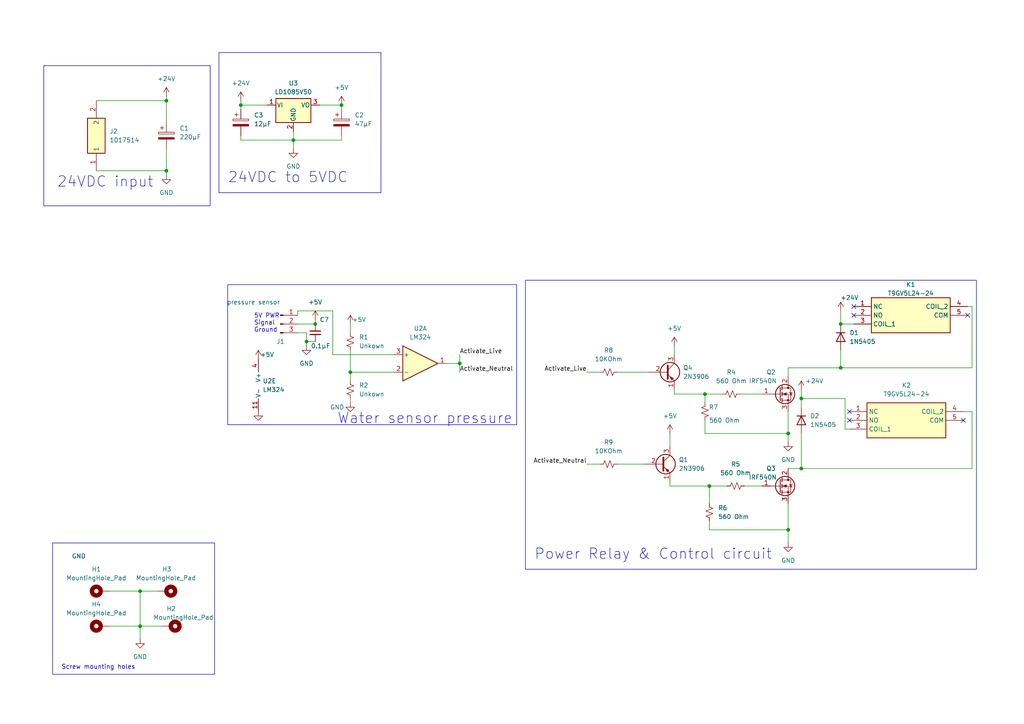
<source format=kicad_sch>
(kicad_sch (version 20230121) (generator eeschema)
  (paper "A4")
  (title_block (title "Pressure Controlled Power Outlet") (date "2024-07-20") (rev "V1.3.1") (company "Brian Banas"))
  (lib_symbols
    (symbol "Amplifier_Operational:LM324" (pin_names (offset 0.127))
      (property "Reference" "U" (at 0 5.08 0))
      (property "Value" "LM324" (at 0 -5.08 0))
      (symbol "LM324_1_1"
        (polyline (pts (xy -5.08 5.08) (xy 5.08 0) (xy -5.08 -5.08) (xy -5.08 5.08)) (stroke (width 0.254)) (fill (type background)))
        (pin output line (at 7.62 0 180) (length 2.54) (name "~") (number "1"))
        (pin input line (at -7.62 -2.54 0) (length 2.54) (name "-") (number "2"))
        (pin input line (at -7.62 2.54 0) (length 2.54) (name "+") (number "3"))
      )
      (symbol "LM324_2_1"
        (polyline (pts (xy -5.08 5.08) (xy 5.08 0) (xy -5.08 -5.08) (xy -5.08 5.08)) (stroke (width 0.254)) (fill (type background)))
        (pin input line (at -7.62 2.54 0) (length 2.54) (name "+") (number "5"))
        (pin input line (at -7.62 -2.54 0) (length 2.54) (name "-") (number "6"))
        (pin output line (at 7.62 0 180) (length 2.54) (name "~") (number "7"))
      )
      (symbol "LM324_3_1"
        (polyline (pts (xy -5.08 5.08) (xy 5.08 0) (xy -5.08 -5.08) (xy -5.08 5.08)) (stroke (width 0.254)) (fill (type background)))
        (pin input line (at -7.62 2.54 0) (length 2.54) (name "+") (number "10"))
        (pin output line (at 7.62 0 180) (length 2.54) (name "~") (number "8"))
        (pin input line (at -7.62 -2.54 0) (length 2.54) (name "-") (number "9"))
      )
      (symbol "LM324_4_1"
        (polyline (pts (xy -5.08 5.08) (xy 5.08 0) (xy -5.08 -5.08) (xy -5.08 5.08)) (stroke (width 0.254)) (fill (type background)))
        (pin input line (at -7.62 2.54 0) (length 2.54) (name "+") (number "12"))
        (pin input line (at -7.62 -2.54 0) (length 2.54) (name "-") (number "13"))
        (pin output line (at 7.62 0 180) (length 2.54) (name "~") (number "14"))
      )
      (symbol "LM324_5_1"
        (pin power_in line (at -2.54 -7.62 90) (length 3.81) (name "V-") (number "11"))
        (pin power_in line (at -2.54 7.62 270) (length 3.81) (name "V+") (number "4"))
      )
    )
    (symbol "Connector:Conn_01x03_Pin" (pin_names (offset 1.016) hide)
      (property "Reference" "J" (at 0 5.08 0))
      (property "Value" "Conn_01x03_Pin" (at 0 -5.08 0))
      (symbol "Conn_01x03_Pin_1_1"
        (polyline (pts (xy 1.27 -2.54) (xy 0.8636 -2.54)) (stroke (width 0.1524)))
        (polyline (pts (xy 1.27 0) (xy 0.8636 0)) (stroke (width 0.1524)))
        (polyline (pts (xy 1.27 2.54) (xy 0.8636 2.54)) (stroke (width 0.1524)))
        (rectangle (start 0.8636 -2.413) (end 0 -2.667) (stroke (width 0.1524)) (fill (type outline)))
        (rectangle (start 0.8636 0.127) (end 0 -0.127) (stroke (width 0.1524)) (fill (type outline)))
        (rectangle (start 0.8636 2.667) (end 0 2.413) (stroke (width 0.1524)) (fill (type outline)))
        (pin passive line (at 5.08 2.54 180) (length 3.81) (name "Pin_1") (number "1"))
        (pin passive line (at 5.08 0 180) (length 3.81) (name "Pin_2") (number "2"))
        (pin passive line (at 5.08 -2.54 180) (length 3.81) (name "Pin_3") (number "3"))
      )
    )
    (symbol "Device:C_Polarized" (pin_numbers hide) (pin_names (offset 0.254))
      (property "Reference" "C" (at 0.635 2.54 0))
      (property "Value" "C_Polarized" (at 0.635 -2.54 0))
      (symbol "C_Polarized_0_1"
        (rectangle (start -2.286 0.508) (end 2.286 1.016))
        (polyline (pts (xy -1.778 2.286) (xy -0.762 2.286)))
        (polyline (pts (xy -1.27 2.794) (xy -1.27 1.778)))
        (rectangle (start 2.286 -0.508) (end -2.286 -1.016) (fill (type outline)))
      )
      (symbol "C_Polarized_1_1"
        (pin passive line (at 0 3.81 270) (length 2.794) (name "~") (number "1"))
        (pin passive line (at 0 -3.81 90) (length 2.794) (name "~") (number "2"))
      )
    )
    (symbol "Device:C_Small" (pin_numbers hide) (pin_names (offset 0.254) hide)
      (property "Reference" "C" (at 0.254 1.778 0))
      (property "Value" "C_Small" (at 0.254 -2.032 0))
      (symbol "C_Small_0_1"
        (polyline (pts (xy -1.524 -0.508) (xy 1.524 -0.508)) (stroke (width 0.3302)))
        (polyline (pts (xy -1.524 0.508) (xy 1.524 0.508)) (stroke (width 0.3048)))
      )
      (symbol "C_Small_1_1"
        (pin passive line (at 0 2.54 270) (length 2.032) (name "~") (number "1"))
        (pin passive line (at 0 -2.54 90) (length 2.032) (name "~") (number "2"))
      )
    )
    (symbol "Device:R_Small_US" (pin_numbers hide) (pin_names (offset 0.254) hide)
      (property "Reference" "R" (at 0.762 0.508 0))
      (property "Value" "R_Small_US" (at 0.762 -1.016 0))
      (symbol "R_Small_US_1_1"
        (polyline (pts (xy 0 0) (xy 1.016 -0.381) (xy 0 -0.762) (xy -1.016 -1.143) (xy 0 -1.524)))
        (polyline (pts (xy 0 1.524) (xy 1.016 1.143) (xy 0 0.762) (xy -1.016 0.381) (xy 0 0)))
        (pin passive line (at 0 2.54 270) (length 1.016) (name "~") (number "1"))
        (pin passive line (at 0 -2.54 90) (length 1.016) (name "~") (number "2"))
      )
    )
    (symbol "Diode:1N5405" (pin_numbers hide) (pin_names hide)
      (property "Reference" "D" (at 0 2.54 0))
      (property "Value" "1N5405" (at 0 -2.54 0))
      (symbol "1N5405_0_1"
        (polyline (pts (xy -1.27 1.27) (xy -1.27 -1.27)) (stroke (width 0.254)))
        (polyline (pts (xy 1.27 0) (xy -1.27 0)))
        (polyline (pts (xy 1.27 1.27) (xy 1.27 -1.27) (xy -1.27 0) (xy 1.27 1.27)) (stroke (width 0.254)))
      )
      (symbol "1N5405_1_1"
        (pin passive line (at -3.81 0 0) (length 2.54) (name "K") (number "1"))
        (pin passive line (at 3.81 0 180) (length 2.54) (name "A") (number "2"))
      )
    )
    (symbol "Extra:1017514"
      (property "Reference" "J" (at 16.51 7.62 0))
      (property "Value" "1017514" (at 16.51 5.08 0))
      (symbol "1017514_1_1"
        (rectangle (start 5.08 2.54) (end 15.24 -2.54) (stroke (width 0.254)) (fill (type background)))
        (pin passive line (at 0 0 0) (length 5.08) (name "1") (number "1"))
        (pin passive line (at 20.32 0 180) (length 5.08) (name "2") (number "2"))
      )
    )
    (symbol "Extra:T9GV5L24-24"
      (property "Reference" "K" (at 29.21 7.62 0))
      (property "Value" "T9GV5L24-24" (at 29.21 5.08 0))
      (symbol "T9GV5L24-24_1_1"
        (rectangle (start 5.08 2.54) (end 27.94 -7.62) (stroke (width 0.254)) (fill (type background)))
        (pin passive line (at 0 0 0) (length 5.08) (name "NC") (number "1"))
        (pin passive line (at 0 -2.54 0) (length 5.08) (name "NO") (number "2"))
        (pin passive line (at 0 -5.08 0) (length 5.08) (name "COIL_1") (number "3"))
        (pin passive line (at 33.02 0 180) (length 5.08) (name "COIL_2") (number "4"))
        (pin passive line (at 33.02 -2.54 180) (length 5.08) (name "COM") (number "5"))
      )
    )
    (symbol "Mechanical:MountingHole_Pad" (pin_numbers hide) (pin_names (offset 1.016) hide)
      (property "Reference" "H" (at 0 6.35 0))
      (property "Value" "MountingHole_Pad" (at 0 4.445 0))
      (symbol "MountingHole_Pad_0_1"
        (circle (center 0 1.27) (radius 1.27) (stroke (width 1.27)))
      )
      (symbol "MountingHole_Pad_1_1"
        (pin input line (at 0 -2.54 90) (length 2.54) (name "1") (number "1"))
      )
    )
    (symbol "Regulator_Linear:LF50_TO220" (pin_names (offset 0.254))
      (property "Reference" "U" (at -3.81 3.175 0))
      (property "Value" "LF50_TO220" (at 0 3.175 0))
      (symbol "LF50_TO220_0_1"
        (rectangle (start -5.08 1.905) (end 5.08 -5.08) (stroke (width 0.254)) (fill (type background)))
      )
      (symbol "LF50_TO220_1_1"
        (pin power_in line (at -7.62 0 0) (length 2.54) (name "VI") (number "1"))
        (pin power_in line (at 0 -7.62 90) (length 2.54) (name "GND") (number "2"))
        (pin power_out line (at 7.62 0 180) (length 2.54) (name "VO") (number "3"))
      )
    )
    (symbol "Transistor_BJT:2N3906" (pin_names (offset 0) hide)
      (property "Reference" "Q" (at 5.08 1.905 0))
      (property "Value" "2N3906" (at 5.08 0 0))
      (symbol "2N3906_0_1"
        (polyline (pts (xy 0.635 0.635) (xy 2.54 2.54)))
        (polyline (pts (xy 0.635 -0.635) (xy 2.54 -2.54) (xy 2.54 -2.54)))
        (polyline (pts (xy 0.635 1.905) (xy 0.635 -1.905) (xy 0.635 -1.905)) (stroke (width 0.508)))
        (polyline (pts (xy 2.286 -1.778) (xy 1.778 -2.286) (xy 1.27 -1.27) (xy 2.286 -1.778) (xy 2.286 -1.778)) (fill (type outline)))
        (circle (center 1.27 0) (radius 2.8194) (stroke (width 0.254)))
      )
      (symbol "2N3906_1_1"
        (pin passive line (at 2.54 -5.08 90) (length 2.54) (name "E") (number "1"))
        (pin input line (at -5.08 0 0) (length 5.715) (name "B") (number "2"))
        (pin passive line (at 2.54 5.08 270) (length 2.54) (name "C") (number "3"))
      )
    )
    (symbol "Transistor_FET:IRF540N" (pin_names hide)
      (property "Reference" "Q" (at 5.08 1.905 0))
      (property "Value" "IRF540N" (at 5.08 0 0))
      (symbol "IRF540N_0_1"
        (polyline (pts (xy 0.254 0) (xy -2.54 0)))
        (polyline (pts (xy 0.254 1.905) (xy 0.254 -1.905)) (stroke (width 0.254)))
        (polyline (pts (xy 0.762 -1.27) (xy 0.762 -2.286)) (stroke (width 0.254)))
        (polyline (pts (xy 0.762 0.508) (xy 0.762 -0.508)) (stroke (width 0.254)))
        (polyline (pts (xy 0.762 2.286) (xy 0.762 1.27)) (stroke (width 0.254)))
        (polyline (pts (xy 2.54 2.54) (xy 2.54 1.778)))
        (polyline (pts (xy 2.54 -2.54) (xy 2.54 0) (xy 0.762 0)))
        (polyline (pts (xy 0.762 -1.778) (xy 3.302 -1.778) (xy 3.302 1.778) (xy 0.762 1.778)))
        (polyline (pts (xy 1.016 0) (xy 2.032 0.381) (xy 2.032 -0.381) (xy 1.016 0)) (fill (type outline)))
        (polyline (pts (xy 2.794 0.508) (xy 2.921 0.381) (xy 3.683 0.381) (xy 3.81 0.254)))
        (polyline (pts (xy 3.302 0.381) (xy 2.921 -0.254) (xy 3.683 -0.254) (xy 3.302 0.381)))
        (circle (center 1.651 0) (radius 2.794) (stroke (width 0.254)))
        (circle (center 2.54 -1.778) (radius 0.254) (fill (type outline)))
        (circle (center 2.54 1.778) (radius 0.254) (fill (type outline)))
      )
      (symbol "IRF540N_1_1"
        (pin input line (at -5.08 0 0) (length 2.54) (name "G") (number "1"))
        (pin passive line (at 2.54 5.08 270) (length 2.54) (name "D") (number "2"))
        (pin passive line (at 2.54 -5.08 90) (length 2.54) (name "S") (number "3"))
      )
    )
    (symbol "power:+24V" (power) (pin_names (offset 0))
      (property "Value" "+24V" (at 0 3.556 0))
      (symbol "+24V_0_1"
        (polyline (pts (xy -0.762 1.27) (xy 0 2.54)))
        (polyline (pts (xy 0 0) (xy 0 2.54)))
        (polyline (pts (xy 0 2.54) (xy 0.762 1.27)))
      )
      (symbol "+24V_1_1"
        (pin power_in line (at 0 0 90) (length 0) hide (name "+24V") (number "1"))
      )
    )
    (symbol "power:+5V" (power) (pin_names (offset 0))
      (property "Value" "+5V" (at 0 3.556 0))
      (symbol "+5V_0_1"
        (polyline (pts (xy -0.762 1.27) (xy 0 2.54)))
        (polyline (pts (xy 0 0) (xy 0 2.54)))
        (polyline (pts (xy 0 2.54) (xy 0.762 1.27)))
      )
      (symbol "+5V_1_1"
        (pin power_in line (at 0 0 90) (length 0) hide (name "+5V") (number "1"))
      )
    )
    (symbol "power:GND" (power) (pin_names (offset 0))
      (property "Value" "GND" (at 0 -3.81 0))
      (symbol "GND_0_1"
        (polyline (pts (xy 0 0) (xy 0 -1.27) (xy 1.27 -1.27) (xy 0 -2.54) (xy -1.27 -1.27) (xy 0 -1.27)))
      )
      (symbol "GND_1_1"
        (pin power_in line (at 0 0 270) (length 0) hide (name "GND") (number "1"))
      )
    )
  )
  (junction (at 69.85 30.48))
  (junction (at 101.6 107.95))
  (junction (at 40.64 171.45))
  (junction (at 205.74 140.97))
  (junction (at 232.41 135.89))
  (junction (at 85.09 40.64))
  (junction (at 228.6 125.73))
  (junction (at 204.47 114.3))
  (junction (at 88.9 99.06))
  (junction (at 91.44 93.98))
  (junction (at 48.26 49.53))
  (junction (at 243.84 93.98))
  (junction (at 40.64 181.61))
  (junction (at 48.26 29.21))
  (junction (at 232.41 115.57))
  (junction (at 99.06 30.48))
  (junction (at 243.84 106.68))
  (junction (at 133.35 105.41))
  (junction (at 228.6 153.67))
  (no_connect (at 246.38 121.92))
  (no_connect (at 247.65 91.44))
  (no_connect (at 247.65 88.9))
  (no_connect (at 279.4 121.92))
  (no_connect (at 280.67 91.44))
  (no_connect (at 246.38 119.38))
  (wire (pts (xy 133.35 102.87) (xy 133.35 105.41)))
  (wire (pts (xy 48.26 49.53) (xy 48.26 50.8)))
  (wire (pts (xy 133.35 107.95) (xy 133.35 105.41)))
  (wire (pts (xy 133.35 105.41) (xy 129.54 105.41)))
  (wire (pts (xy 101.6 93.98) (xy 101.6 96.52)))
  (wire (pts (xy 195.58 100.33) (xy 195.58 102.87)))
  (wire (pts (xy 48.26 29.21) (xy 48.26 35.56)))
  (wire (pts (xy 194.31 125.73) (xy 194.31 129.54)))
  (wire (pts (xy 281.94 88.9) (xy 280.67 88.9)))
  (wire (pts (xy 195.58 114.3) (xy 204.47 114.3)))
  (wire (pts (xy 246.38 124.46) (xy 245.11 124.46)))
  (wire (pts (xy 101.6 107.95) (xy 114.3 107.95)))
  (wire (pts (xy 170.18 134.62) (xy 173.99 134.62)))
  (wire (pts (xy 245.11 115.57) (xy 232.41 115.57)))
  (wire (pts (xy 101.6 110.49) (xy 101.6 107.95)))
  (wire (pts (xy 101.6 116.84) (xy 101.6 115.57)))
  (wire (pts (xy 96.52 102.87) (xy 114.3 102.87)))
  (wire (pts (xy 40.64 171.45) (xy 45.72 171.45)))
  (wire (pts (xy 86.36 90.17) (xy 86.36 91.44)))
  (wire (pts (xy 194.31 140.97) (xy 194.31 139.7)))
  (wire (pts (xy 91.44 93.98) (xy 91.44 92.71)))
  (wire (pts (xy 194.31 140.97) (xy 205.74 140.97)))
  (wire (pts (xy 99.06 40.64) (xy 85.09 40.64)))
  (wire (pts (xy 69.85 31.75) (xy 69.85 30.48)))
  (wire (pts (xy 281.94 135.89) (xy 281.94 119.38)))
  (wire (pts (xy 245.11 124.46) (xy 245.11 115.57)))
  (wire (pts (xy 228.6 119.38) (xy 228.6 125.73)))
  (wire (pts (xy 31.75 181.61) (xy 40.64 181.61)))
  (wire (pts (xy 69.85 40.64) (xy 85.09 40.64)))
  (wire (pts (xy 88.9 100.33) (xy 88.9 99.06)))
  (wire (pts (xy 204.47 114.3) (xy 209.55 114.3)))
  (wire (pts (xy 228.6 135.89) (xy 232.41 135.89)))
  (wire (pts (xy 88.9 99.06) (xy 91.44 99.06)))
  (wire (pts (xy 232.41 135.89) (xy 281.94 135.89)))
  (wire (pts (xy 40.64 185.42) (xy 40.64 181.61)))
  (wire (pts (xy 170.18 107.95) (xy 173.99 107.95)))
  (wire (pts (xy 232.41 115.57) (xy 232.41 113.03)))
  (wire (pts (xy 204.47 125.73) (xy 228.6 125.73)))
  (wire (pts (xy 40.64 181.61) (xy 40.64 171.45)))
  (wire (pts (xy 205.74 140.97) (xy 210.82 140.97)))
  (wire (pts (xy 243.84 106.68) (xy 281.94 106.68)))
  (wire (pts (xy 179.07 134.62) (xy 186.69 134.62)))
  (wire (pts (xy 31.75 171.45) (xy 40.64 171.45)))
  (wire (pts (xy 281.94 119.38) (xy 279.4 119.38)))
  (wire (pts (xy 214.63 114.3) (xy 220.98 114.3)))
  (wire (pts (xy 281.94 106.68) (xy 281.94 88.9)))
  (wire (pts (xy 215.9 140.97) (xy 220.98 140.97)))
  (wire (pts (xy 101.6 101.6) (xy 101.6 107.95)))
  (wire (pts (xy 96.52 90.17) (xy 96.52 102.87)))
  (wire (pts (xy 99.06 30.48) (xy 92.71 30.48)))
  (wire (pts (xy 232.41 118.11) (xy 232.41 115.57)))
  (wire (pts (xy 243.84 93.98) (xy 247.65 93.98)))
  (wire (pts (xy 205.74 151.13) (xy 205.74 153.67)))
  (wire (pts (xy 27.94 29.21) (xy 48.26 29.21)))
  (wire (pts (xy 204.47 114.3) (xy 204.47 116.84)))
  (wire (pts (xy 88.9 96.52) (xy 86.36 96.52)))
  (wire (pts (xy 69.85 30.48) (xy 77.47 30.48)))
  (wire (pts (xy 228.6 153.67) (xy 228.6 157.48)))
  (wire (pts (xy 232.41 125.73) (xy 232.41 135.89)))
  (wire (pts (xy 205.74 140.97) (xy 205.74 146.05)))
  (wire (pts (xy 228.6 106.68) (xy 228.6 109.22)))
  (wire (pts (xy 204.47 121.92) (xy 204.47 125.73)))
  (wire (pts (xy 228.6 106.68) (xy 243.84 106.68)))
  (wire (pts (xy 243.84 93.98) (xy 243.84 90.17)))
  (wire (pts (xy 85.09 43.18) (xy 85.09 40.64)))
  (wire (pts (xy 243.84 101.6) (xy 243.84 106.68)))
  (wire (pts (xy 69.85 29.21) (xy 69.85 30.48)))
  (wire (pts (xy 179.07 107.95) (xy 187.96 107.95)))
  (wire (pts (xy 86.36 90.17) (xy 96.52 90.17)))
  (wire (pts (xy 48.26 27.94) (xy 48.26 29.21)))
  (wire (pts (xy 48.26 43.18) (xy 48.26 49.53)))
  (wire (pts (xy 195.58 114.3) (xy 195.58 113.03)))
  (wire (pts (xy 85.09 38.1) (xy 85.09 40.64)))
  (wire (pts (xy 88.9 99.06) (xy 88.9 96.52)))
  (wire (pts (xy 205.74 153.67) (xy 228.6 153.67)))
  (wire (pts (xy 228.6 146.05) (xy 228.6 153.67)))
  (wire (pts (xy 27.94 49.53) (xy 48.26 49.53)))
  (wire (pts (xy 99.06 39.37) (xy 99.06 40.64)))
  (wire (pts (xy 99.06 31.75) (xy 99.06 30.48)))
  (wire (pts (xy 86.36 93.98) (xy 91.44 93.98)))
  (wire (pts (xy 228.6 125.73) (xy 228.6 128.27)))
  (wire (pts (xy 69.85 40.64) (xy 69.85 39.37)))
  (wire (pts (xy 46.99 181.61) (xy 40.64 181.61)))
  (rectangle (start 63.5 15.24) (end 110.49 55.88))
  (rectangle (start 15.24 157.48) (end 62.23 195.58))
  (rectangle (start 66.04 82.55) (end 149.86 123.19))
  (rectangle (start 12.7 19.05) (end 60.96 59.69))
  (rectangle (start 152.4 81.28) (end 283.21 165.1))
  (text "Screw mounting holes" (at 17.78 194.31 0) (effects (font (size 1.27 1.27)) (justify left bottom)))
  (text "24VDC input" (at 16.51 54.61 0) (effects (font (size 3 3)) (justify left bottom)))
  (text "Power Relay & Control circuit" (at 154.94 162.56 0) (effects (font (size 3 3)) (justify left bottom)))
  (text "5V PWR\nSignal\nGround" (at 73.66 96.52 0) (effects (font (size 1.27 1.27)) (justify left bottom)))
  (text "24VDC to 5VDC" (at 66.04 53.34 0) (effects (font (size 3 3)) (justify left bottom)))
  (text "Water sensor pressure" (at 97.79 123.19 0) (effects (font (size 3 3)) (justify left bottom)))
  (label "Activate_Neutral" (at 133.35 107.95 0))
  (label "Activate_Neutral" (at 170.18 134.62 180))
  (label "Activate_Live" (at 170.18 107.95 180))
  (label "Activate_Live" (at 133.35 102.87 0))
  (symbol (lib_id "Device:R_Small_US") (at 176.53 107.95 90) (unit 1)
    (property "Reference" "R8" (at 176.53 101.6 90))
    (property "Value" "10KOhm" (at 176.53 104.14 90))
    (property "Footprint" "Resistor_THT:R_Axial_DIN0207_L6.3mm_D2.5mm_P2.54mm_Vertical" (effects hide))
  )
  (symbol (lib_id "Mechanical:MountingHole_Pad") (at 29.21 171.45 90) (unit 1)
    (property "Reference" "H1" (at 27.94 165.1 90))
    (property "Value" "MountingHole_Pad" (at 27.94 167.64 90))
    (property "Footprint" "MountingHole:MountingHole_4.3mm_M4_Pad" (effects hide))
  )
  (symbol (lib_id "power:+5V") (at 74.93 104.14 0) (unit 1)
    (property "Reference" "#PWR025" (effects hide))
    (property "Value" "+5V" (at 77.47 102.87 0))
  )
  (symbol (lib_id "Transistor_FET:IRF540N") (at 226.06 140.97 0) (unit 1)
    (property "Reference" "Q3" (at 222.25 135.89 0) (effects (justify left)))
    (property "Value" "IRF540N" (at 217.17 138.43 0) (effects (justify left)))
    (property "Footprint" "Package_TO_SOT_THT:TO-220-3_Vertical" (effects hide))
    (property "Datasheet" "http://www.irf.com/product-info/datasheets/data/irf540n.pdf" (effects hide))
  )
  (symbol (lib_id "Mechanical:MountingHole_Pad") (at 48.26 171.45 270) (unit 1)
    (property "Reference" "H3" (at 46.99 165.1 90) (effects (justify left)))
    (property "Value" "MountingHole_Pad" (at 39.37 167.64 90) (effects (justify left)))
    (property "Footprint" "MountingHole:MountingHole_4.3mm_M4_Pad" (effects hide))
  )
  (symbol (lib_id "Device:C_Polarized") (at 69.85 35.56 0) (unit 1)
    (property "Reference" "C3" (at 73.66 33.401 0) (effects (justify left)))
    (property "Value" "12µF" (at 73.66 35.941 0) (effects (justify left)))
    (property "Footprint" "Capacitor_THT:CP_Radial_D10.0mm_P5.00mm" (effects hide))
  )
  (symbol (lib_id "Transistor_BJT:2N3906") (at 191.77 134.62 0) (unit 1)
    (property "Reference" "Q1" (at 196.85 133.35 0) (effects (justify left)))
    (property "Value" "2N3906" (at 196.85 135.89 0) (effects (justify left)))
    (property "Footprint" "Package_TO_SOT_THT:TO-92_Inline" (effects hide))
    (property "Datasheet" "https://www.onsemi.com/pub/Collateral/2N3906-D.PDF" (effects hide))
  )
  (symbol (lib_id "Transistor_FET:IRF540N") (at 226.06 114.3 0) (unit 1)
    (property "Reference" "Q2" (at 222.25 107.95 0) (effects (justify left)))
    (property "Value" "IRF540N" (at 217.17 110.49 0) (effects (justify left)))
    (property "Footprint" "Package_TO_SOT_THT:TO-220-3_Vertical" (effects hide))
    (property "Datasheet" "http://www.irf.com/product-info/datasheets/data/irf540n.pdf" (effects hide))
  )
  (symbol (lib_id "Transistor_BJT:2N3906") (at 193.04 107.95 0) (unit 1)
    (property "Reference" "Q4" (at 198.12 106.68 0) (effects (justify left)))
    (property "Value" "2N3906" (at 198.12 109.22 0) (effects (justify left)))
    (property "Footprint" "Package_TO_SOT_THT:TO-92_Inline" (effects hide))
    (property "Datasheet" "https://www.onsemi.com/pub/Collateral/2N3906-D.PDF" (effects hide))
  )
  (symbol (lib_id "Amplifier_Operational:LM324") (at 77.47 111.76 0) (unit 5)
    (property "Reference" "U2" (at 76.2 110.49 0) (effects (justify left)))
    (property "Value" "LM324" (at 76.2 113.03 0) (effects (justify left)))
    (property "Datasheet" "http://www.ti.com/lit/ds/symlink/lm2902-n.pdf" (effects hide))
  )
  (symbol (lib_id "Device:C_Polarized") (at 99.06 35.56 0) (unit 1)
    (property "Reference" "C2" (at 102.87 33.401 0) (effects (justify left)))
    (property "Value" "47µF" (at 102.87 35.941 0) (effects (justify left)))
    (property "Footprint" "Capacitor_THT:CP_Radial_D10.0mm_P5.00mm" (effects hide))
  )
  (symbol (lib_id "power:GND") (at 40.64 185.42 0) (unit 1)
    (property "Reference" "#PWR027" (effects hide))
    (property "Value" "GND" (at 40.64 190.5 0))
  )
  (symbol (lib_id "Mechanical:MountingHole_Pad") (at 49.53 181.61 270) (unit 1)
    (property "Reference" "H2" (at 48.26 176.53 90) (effects (justify left)))
    (property "Value" "MountingHole_Pad" (at 44.45 179.07 90) (effects (justify left)))
    (property "Footprint" "MountingHole:MountingHole_4.3mm_M4_Pad" (effects hide))
  )
  (symbol (lib_id "power:GND") (at 88.9 100.33 0) (unit 1)
    (property "Reference" "#PWR02" (effects hide))
    (property "Value" "GND" (at 88.9 105.41 0))
  )
  (symbol (lib_id "Device:R_Small_US") (at 212.09 114.3 90) (unit 1)
    (property "Reference" "R4" (at 212.09 107.95 90))
    (property "Value" "560 Ohm" (at 212.09 110.49 90))
    (property "Footprint" "Resistor_THT:R_Axial_DIN0207_L6.3mm_D2.5mm_P2.54mm_Vertical" (effects hide))
  )
  (symbol (lib_id "Extra:1017514") (at 27.94 49.53 90) (unit 1)
    (property "Reference" "J2" (at 31.75 38.1 90) (effects (justify right)))
    (property "Value" "1017514" (at 31.75 40.64 90) (effects (justify right)))
    (property "Footprint" "Extra:1017514" (effects hide))
    (property "Datasheet" "https://datasheet.datasheetarchive.com/originals/distributors/DKDS40/DSANUWW004791.pdf" (effects hide))
    (property "Height" "23.6" (effects hide))
    (property "Mouser Part Number" "651-1017514" (effects hide))
    (property "Mouser Price/Stock" "https://www.mouser.co.uk/ProductDetail/Phoenix-Contact/1017514?qs=F5EMLAvA7IBNXXt%252B4%252BYDIg%3D%3D" (effects hide))
    (property "Manufacturer_Name" "Phoenix Contact" (effects hide))
    (property "Manufacturer_Part_Number" "1017514" (effects hide))
  )
  (symbol (lib_id "Device:R_Small_US") (at 101.6 99.06 180) (unit 1)
    (property "Reference" "R1" (at 104.14 97.79 0) (effects (justify right)))
    (property "Value" "Unkown" (at 104.14 100.33 0) (effects (justify right)))
    (property "Footprint" "Resistor_THT:R_Axial_DIN0207_L6.3mm_D2.5mm_P2.54mm_Vertical" (effects hide))
  )
  (symbol (lib_id "power:GND") (at 74.93 119.38 0) (unit 1)
    (property "Reference" "#PWR026" (effects hide))
    (property "Value" "GND" (at 22.86 161.29 0))
  )
  (symbol (lib_id "power:+24V") (at 232.41 113.03 0) (unit 1)
    (property "Reference" "#PWR024" (effects hide))
    (property "Value" "+24V" (at 236.22 110.49 0))
  )
  (symbol (lib_id "power:GND") (at 85.09 43.18 0) (unit 1)
    (property "Reference" "#PWR017" (effects hide))
    (property "Value" "GND" (at 85.09 48.26 0))
  )
  (symbol (lib_id "Amplifier_Operational:LM324") (at 121.92 105.41 0) (unit 1)
    (property "Reference" "U2" (at 121.92 95.25 0))
    (property "Value" "LM324" (at 121.92 97.79 0))
    (property "Footprint" "Package_DIP:DIP-14_W7.62mm_LongPads" (effects hide))
    (property "Datasheet" "http://www.ti.com/lit/ds/symlink/lm2902-n.pdf" (effects hide))
  )
  (symbol (lib_id "power:+5V") (at 195.58 100.33 0) (unit 1)
    (property "Reference" "#PWR021" (effects hide))
    (property "Value" "+5V" (at 195.58 95.25 0))
  )
  (symbol (lib_id "Diode:1N5405") (at 243.84 97.79 270) (unit 1)
    (property "Reference" "D1" (at 246.38 96.52 90) (effects (justify left)))
    (property "Value" "1N5405" (at 246.38 99.06 90) (effects (justify left)))
    (property "Footprint" "Diode_THT:D_DO-201AD_P15.24mm_Horizontal" (effects hide))
    (property "Datasheet" "http://www.vishay.com/docs/88516/1n5400.pdf" (effects hide))
    (property "Sim.Device" "D" (effects hide))
    (property "Sim.Pins" "1=K 2=A" (effects hide))
  )
  (symbol (lib_id "Device:R_Small_US") (at 205.74 148.59 180) (unit 1)
    (property "Reference" "R6" (at 208.28 147.32 0) (effects (justify right)))
    (property "Value" "560 Ohm" (at 208.28 149.86 0) (effects (justify right)))
    (property "Footprint" "Resistor_THT:R_Axial_DIN0207_L6.3mm_D2.5mm_P2.54mm_Vertical" (effects hide))
  )
  (symbol (lib_id "Device:C_Small") (at 91.44 96.52 0) (unit 1)
    (property "Reference" "C7" (at 92.71 92.71 0) (effects (justify left)))
    (property "Value" "0.1µF" (at 90.17 100.33 0) (effects (justify left)))
    (property "Footprint" "Capacitor_THT:C_Rect_L7.2mm_W2.5mm_P5.00mm_FKS2_FKP2_MKS2_MKP2" (effects hide))
  )
  (symbol (lib_id "power:+24V") (at 243.84 90.17 0) (unit 1)
    (property "Reference" "#PWR023" (effects hide))
    (property "Value" "+24V" (at 246.38 86.36 0))
  )
  (symbol (lib_id "power:+5V") (at 91.44 92.71 0) (unit 1)
    (property "Reference" "#PWR01" (effects hide))
    (property "Value" "+5V" (at 91.44 87.63 0))
  )
  (symbol (lib_id "Device:R_Small_US") (at 213.36 140.97 90) (unit 1)
    (property "Reference" "R5" (at 213.36 134.62 90))
    (property "Value" "560 Ohm" (at 213.36 137.16 90))
    (property "Footprint" "Resistor_THT:R_Axial_DIN0207_L6.3mm_D2.5mm_P2.54mm_Vertical" (effects hide))
  )
  (symbol (lib_id "Device:R_Small_US") (at 204.47 119.38 0) (mirror x) (unit 1)
    (property "Reference" "R7" (at 208.28 118.11 0) (effects (justify right)))
    (property "Value" "560 Ohm" (at 214.63 121.92 0) (effects (justify right)))
    (property "Footprint" "Resistor_THT:R_Axial_DIN0207_L6.3mm_D2.5mm_P2.54mm_Vertical" (effects hide))
  )
  (symbol (lib_id "power:GND") (at 101.6 116.84 0) (unit 1)
    (property "Reference" "#PWR03" (effects hide))
    (property "Value" "GND" (at 97.79 118.11 0))
  )
  (symbol (lib_id "power:+24V") (at 69.85 29.21 0) (unit 1)
    (property "Reference" "#PWR015" (effects hide))
    (property "Value" "+24V" (at 69.85 24.13 0))
  )
  (symbol (lib_id "power:+5V") (at 101.6 93.98 0) (unit 1)
    (property "Reference" "#PWR04" (effects hide))
    (property "Value" "+5V" (at 104.14 92.71 0))
  )
  (symbol (lib_id "Device:R_Small_US") (at 101.6 113.03 180) (unit 1)
    (property "Reference" "R2" (at 104.14 111.76 0) (effects (justify right)))
    (property "Value" "Unkown" (at 104.14 114.3 0) (effects (justify right)))
    (property "Footprint" "Resistor_THT:R_Axial_DIN0207_L6.3mm_D2.5mm_P2.54mm_Vertical" (effects hide))
  )
  (symbol (lib_id "power:+24V") (at 48.26 27.94 0) (unit 1)
    (property "Reference" "#PWR013" (effects hide))
    (property "Value" "+24V" (at 48.26 22.86 0))
  )
  (symbol (lib_id "power:GND") (at 228.6 128.27 0) (unit 1)
    (property "Reference" "#PWR018" (effects hide))
    (property "Value" "GND" (at 228.6 133.35 0))
  )
  (symbol (lib_id "power:+5V") (at 99.06 30.48 0) (unit 1)
    (property "Reference" "#PWR019" (effects hide))
    (property "Value" "+5V" (at 99.06 25.4 0))
  )
  (symbol (lib_id "power:+5V") (at 194.31 125.73 0) (unit 1)
    (property "Reference" "#PWR022" (effects hide))
    (property "Value" "+5V" (at 194.31 120.65 0))
  )
  (symbol (lib_id "Regulator_Linear:LF50_TO220") (at 85.09 30.48 0) (unit 1)
    (property "Reference" "U3" (at 85.09 24.13 0))
    (property "Value" "LD1085V50" (at 85.09 26.67 0))
    (property "Footprint" "Package_TO_SOT_THT:TO-220-3_Vertical" (effects hide))
    (property "Datasheet" "http://www.st.com/content/ccc/resource/technical/document/datasheet/c4/0e/7e/2a/be/bc/4c/bd/CD00000546.pdf/files/CD00000546.pdf/jcr:content/translations/en.CD00000546.pdf" (effects hide))
  )
  (symbol (lib_id "Device:R_Small_US") (at 176.53 134.62 90) (unit 1)
    (property "Reference" "R9" (at 176.53 128.27 90))
    (property "Value" "10KOhm" (at 176.53 130.81 90))
    (property "Footprint" "Resistor_THT:R_Axial_DIN0207_L6.3mm_D2.5mm_P2.54mm_Vertical" (effects hide))
  )
  (symbol (lib_id "Connector:Conn_01x03_Pin") (at 81.28 93.98 0) (unit 1)
    (property "Reference" "J1" (at 82.55 99.06 0) (effects (justify right)))
    (property "Value" "pressure sensor" (at 81.28 87.63 0) (effects (justify right)))
    (property "Footprint" "Connector_PinHeader_2.54mm:PinHeader_1x03_P2.54mm_Vertical" (effects hide))
  )
  (symbol (lib_id "Device:C_Polarized") (at 48.26 39.37 0) (unit 1)
    (property "Reference" "C1" (at 52.07 37.211 0) (effects (justify left)))
    (property "Value" "220µF" (at 52.07 39.751 0) (effects (justify left)))
    (property "Footprint" "Capacitor_THT:CP_Radial_D10.0mm_P5.00mm" (effects hide))
  )
  (symbol (lib_id "Diode:1N5405") (at 232.41 121.92 270) (unit 1)
    (property "Reference" "D2" (at 234.95 120.65 90) (effects (justify left)))
    (property "Value" "1N5405" (at 234.95 123.19 90) (effects (justify left)))
    (property "Footprint" "Diode_THT:D_DO-201AD_P15.24mm_Horizontal" (effects hide))
    (property "Datasheet" "http://www.vishay.com/docs/88516/1n5400.pdf" (effects hide))
    (property "Sim.Device" "D" (effects hide))
    (property "Sim.Pins" "1=K 2=A" (effects hide))
  )
  (symbol (lib_id "Extra:T9GV5L24-24") (at 247.65 88.9 0) (unit 1)
    (property "Reference" "K1" (at 264.16 82.55 0))
    (property "Value" "T9GV5L24-24" (at 264.16 85.09 0))
    (property "Footprint" "Extra:T9GV5L2424" (effects hide))
    (property "Datasheet" "https://www.te.com/commerce/DocumentDelivery/DDEController?Action=srchrtrv&DocNm=T9G&DocType=Data%20Sheet&DocLang=English&PartCntxt=1558670-7&DocFormat=pdf" (effects hide))
    (property "Height" "27" (effects hide))
    (property "Mouser Part Number" "655-T9GV5L24-24" (effects hide))
    (property "Mouser Price/Stock" "https://www.mouser.co.uk/ProductDetail/TE-Connectivity-PB/T9GV5L24-24?qs=f9yNj16SXrJ%2FH2bWvrJZwA%3D%3D" (effects hide))
    (property "Manufacturer_Name" "TE Connectivity" (effects hide))
    (property "Manufacturer_Part_Number" "T9GV5L24-24" (effects hide))
  )
  (symbol (lib_id "power:GND") (at 48.26 50.8 0) (unit 1)
    (property "Reference" "#PWR014" (effects hide))
    (property "Value" "GND" (at 48.26 55.88 0))
  )
  (symbol (lib_id "power:GND") (at 228.6 157.48 0) (unit 1)
    (property "Reference" "#PWR016" (effects hide))
    (property "Value" "GND" (at 228.6 162.56 0))
  )
  (symbol (lib_id "Mechanical:MountingHole_Pad") (at 29.21 181.61 90) (unit 1)
    (property "Reference" "H4" (at 27.94 175.26 90))
    (property "Value" "MountingHole_Pad" (at 27.94 177.8 90))
    (property "Footprint" "MountingHole:MountingHole_4.3mm_M4_Pad" (effects hide))
  )
  (symbol (lib_id "Extra:T9GV5L24-24") (at 246.38 119.38 0) (unit 1)
    (property "Reference" "K2" (at 262.89 111.76 0))
    (property "Value" "T9GV5L24-24" (at 262.89 114.3 0))
    (property "Footprint" "Extra:T9GV5L2424" (effects hide))
    (property "Datasheet" "https://www.te.com/commerce/DocumentDelivery/DDEController?Action=srchrtrv&DocNm=T9G&DocType=Data%20Sheet&DocLang=English&PartCntxt=1558670-7&DocFormat=pdf" (effects hide))
    (property "Height" "27" (effects hide))
    (property "Mouser Part Number" "655-T9GV5L24-24" (effects hide))
    (property "Mouser Price/Stock" "https://www.mouser.co.uk/ProductDetail/TE-Connectivity-PB/T9GV5L24-24?qs=f9yNj16SXrJ%2FH2bWvrJZwA%3D%3D" (effects hide))
    (property "Manufacturer_Name" "TE Connectivity" (effects hide))
    (property "Manufacturer_Part_Number" "T9GV5L24-24" (effects hide))
  )
)
</source>
